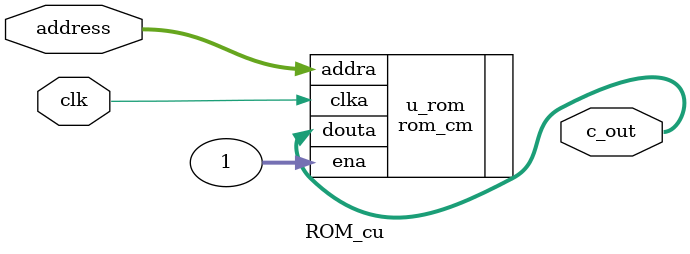
<source format=v>
`timescale 1ns / 1ps


module ROM_cu(
    input [7:0]address,
    input clk,
    output [31:0]c_out
    );

rom_cm u_rom(
  .clka(clk),    // input wire clka
  .ena(1),      // input wire ena
  .addra(address),  // input wire [7 : 0] addra
  .douta(c_out)  // output wire [31 : 0] douta
);

endmodule

</source>
